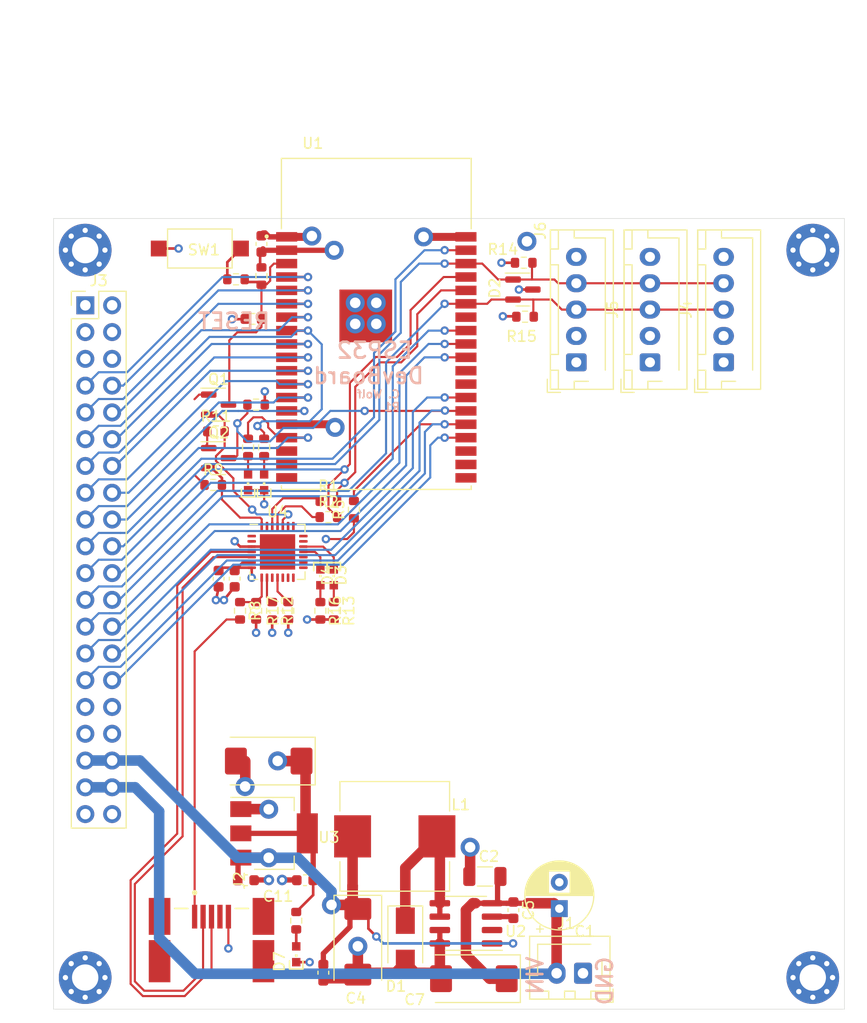
<source format=kicad_pcb>
(kicad_pcb (version 20211014) (generator pcbnew)
  (layers (0 "F.Cu" signal) (1 "In1.Cu" signal) (2 "In2.Cu" signal) (31 "B.Cu" signal) (34 "B.Paste" user) (35 "F.Paste" user) (36 "B.SilkS" user "B.Silkscreen") (37 "F.SilkS" user "F.Silkscreen") (38 "B.Mask" user) (39 "F.Mask" user) (44 "Edge.Cuts" user))
  (net 0 "")
  (net 1 "GND")
  (net 2 "VCC")
  (net 3 "+5V")
  (net 4 "/RESET")
  (net 5 "+3V3")
  (net 6 "Net-(D1-Pad1)")
  (net 7 "Net-(R3-Pad1)")
  (net 8 "/PROG")
  (net 9 "Net-(D2-Pad1)")
  (net 10 "Net-(D2-Pad2)")
  (net 16 "Net-(D8-Pad2)")
  (net 18 "Net-(D12-Pad2)")
  (net 21 "Net-(D3-Pad1)")
  (net 22 "Net-(D3-Pad2)")
  (net 23 "Net-(D4-Pad1)")
  (net 24 "Net-(D4-Pad2)")
  (net 25 "/MISO")
  (net 26 "/MOSI")
  (net 27 "Net-(J2-Pad1)")
  (net 28 "Net-(J2-Pad2)")
  (net 29 "Net-(J2-Pad3)")
  (net 31 "Net-(Q1-Pad1)")
  (net 32 "Net-(Q2-Pad1)")
  (net 33 "Net-(R1-Pad1)")
  (net 34 "Net-(R2-Pad1)")
  (net 35 "Net-(R7-Pad2)")
  (net 36 "Net-(R12-Pad1)")
  (net 37 "Net-(R17-Pad2)")
  (net 52 "/USB Interface/RTS")
  (net 53 "/USB Interface/CTS")
  (net 54 "Net-(R26-Pad1)")
  (net 55 "Net-(J3-Pad7)")
  (net 56 "Net-(C5-Pad2)")
  (net 57 "Net-(J3-Pad8)")
  (net 58 "Net-(J3-Pad9)")
  (net 59 "Net-(J3-Pad10)")
  (net 60 "Net-(J3-Pad11)")
  (net 61 "Net-(J3-Pad12)")
  (net 62 "Net-(J3-Pad13)")
  (net 63 "Net-(J3-Pad14)")
  (net 64 "Net-(J3-Pad15)")
  (net 65 "Net-(J3-Pad16)")
  (net 66 "Net-(J3-Pad17)")
  (net 67 "Net-(J3-Pad18)")
  (net 68 "Net-(J3-Pad19)")
  (net 69 "Net-(J3-Pad24)")
  (net 70 "Net-(J3-Pad25)")
  (net 71 "Net-(J3-Pad26)")
  (net 72 "Net-(J3-Pad27)")
  (net 73 "Net-(J3-Pad29)")
  (net 74 "Net-(J3-Pad30)")
  (footprint "custom:CHIPLED_0603" (layer "F.Cu") (at 18.446616 25.019 180)
    (fp_text reference "D12" hide)
    (fp_text value "LED" hide)
  )
  (footprint "Resistor_SMD:R_0603_1608Metric" (layer "F.Cu") (at 18.446616 21.717 90)
    (fp_text reference "R10" hide)
    (fp_text value "470R")
  )
  (footprint "Resistor_SMD:R_0603_1608Metric" (layer "F.Cu") (at 44.585988 4.1981 180)
    (fp_text reference "R14")
    (fp_text value "4.7K")
  )
  (footprint "Button_Switch_SMD:SW_SPST_CK_RS282G05A3" (layer "F.Cu") (at 13.874616 2.8481 180)
    (fp_text reference "SW1")
    (fp_text value "SW_Push")
  )
  (footprint "Resistor_SMD:R_0603_1608Metric" (layer "F.Cu") (at 19.208616 17.653)
    (fp_text reference "R6" hide)
    (fp_text value "4.7K")
  )
  (footprint "Capacitor_SMD:C_0603_1608Metric" (layer "F.Cu") (at 25.586641 71.5372 -90)
    (fp_text reference "C3" hide)
    (fp_text value "1 uF")
  )
  (footprint "Capacitor_SMD:C_0603_1608Metric" (layer "F.Cu") (at 23.845653 62.766535 180)
    (fp_text reference "C11")
    (fp_text value "1 uF")
  )
  (footprint "Capacitor_SMD:C_1206_3216Metric" (layer "F.Cu") (at 40.903653 62.4111 180)
    (fp_text reference "C2")
    (fp_text value "1 uF")
  )
  (footprint "custom:CHIPLED_0603" (layer "F.Cu") (at 19.970616 25.019 180)
    (fp_text reference "D8" hide)
    (fp_text value "LED" hide)
  )
  (footprint "Resistor_SMD:R_0603_1608Metric" (layer "F.Cu") (at 19.716616 5.461 90)
    (fp_text reference "R4" hide)
    (fp_text value "10K")
  )
  (footprint "MountingHole:MountingHole_2.5mm_Pad_Via" (layer "F.Cu") (at 72 72)
    (fp_text reference "H4" hide)
    (fp_text value "MountingHole")
  )
  (footprint "MountingHole:MountingHole_2.5mm_Pad_Via" (layer "F.Cu") (at 72 3)
    (fp_text reference "H3" hide)
    (fp_text value "MountingHole")
  )
  (footprint "Resistor_SMD:R_0603_1608Metric" (layer "F.Cu") (at 44.712988 9.3156 180)
    (fp_text reference "R15")
    (fp_text value "4.7K")
  )
  (footprint "Resistor_SMD:R_0603_1608Metric" (layer "F.Cu") (at 28.484616 27.6131 90)
    (fp_text reference "R5")
    (fp_text value "4.7K")
  )
  (footprint "custom:CHIPLED_0603" (layer "F.Cu") (at 23.014988 69.7891 180)
    (fp_text reference "D7")
    (fp_text value "LED" hide)
  )
  (footprint "Capacitor_THT:CP_Radial_D6.3mm_P2.50mm" (layer "F.Cu") (at 47.962653 65.4591 90)
    (fp_text reference "C1")
    (fp_text value "47uF")
  )
  (footprint "Package_SO:SOIC-8_3.9x4.9mm_P1.27mm" (layer "F.Cu") (at 39.107653 66.8561 180)
    (fp_text reference "U2")
    (fp_text value "XL2001")
  )
  (footprint "MountingHole:MountingHole_2.5mm_Pad_Via" (layer "F.Cu") (at 3 72)
    (fp_text reference "H2" hide)
    (fp_text value "MountingHole")
  )
  (footprint "Capacitor_Tantalum_SMD:CP_EIA-7343-20_Kemet-V" (layer "F.Cu") (at 28.857653 68.6061 -90)
    (fp_text reference "C4")
    (fp_text value "100uF")
  )
  (footprint "Resistor_SMD:R_0603_1608Metric" (layer "F.Cu") (at 23.014988 66.6021 90)
    (fp_text reference "R26" hide)
    (fp_text value "470R")
  )
  (footprint "Capacitor_Tantalum_SMD:CP_EIA-7343-20_Kemet-V" (layer "F.Cu") (at 39.857653 72.1061 180)
    (fp_text reference "C7")
    (fp_text value "47uF")
  )
  (footprint "Capacitor_Tantalum_SMD:CP_EIA-7343-20_Kemet-V" (layer "F.Cu") (at 20.403653 51.463535 180)
    (fp_text reference "C10" hide)
    (fp_text value "100uF")
  )
  (footprint "Capacitor_SMD:C_0603_1608Metric" (layer "F.Cu") (at 19.716616 2.413 90)
    (fp_text reference "C9" hide)
    (fp_text value "1 uF")
  )
  (footprint "Capacitor_SMD:C_0603_1608Metric" (layer "F.Cu") (at 18.954616 9.525 180)
    (fp_text reference "C8" hide)
    (fp_text value "0.1 uF")
  )
  (footprint "Package_TO_SOT_SMD:SOT-223-3_TabPin2" (layer "F.Cu") (at 20.911653 58.321535)
    (fp_text reference "U3")
    (fp_text value "AMS1117-3.3")
  )
  (footprint "Resistor_SMD:R_0603_1608Metric" (layer "F.Cu") (at 19.970616 21.717 90)
    (fp_text reference "R27" hide)
    (fp_text value "470R")
  )
  (footprint "Capacitor_SMD:C_0603_1608Metric" (layer "F.Cu") (at 18.244653 62.766535)
    (fp_text reference "C6" hide)
    (fp_text value "1 uF")
  )
  (footprint "Capacitor_SMD:C_0603_1608Metric" (layer "F.Cu") (at 43.607653 65.6061 -90)
    (fp_text reference "C5")
    (fp_text value "1 uF")
  )
  (footprint "Resistor_SMD:R_0603_1608Metric" (layer "F.Cu") (at 19.208616 37.211 90)
    (fp_text reference "R7" hide)
    (fp_text value "49.9K")
  )
  (footprint "Resistor_SMD:R_0603_1608Metric" (layer "F.Cu") (at 17.303616 5.7691)
    (fp_text reference "R3" hide)
    (fp_text value "470R")
  )
  (footprint "Diode_SMD:D_SMA" (layer "F.Cu") (at 33.357653 68.6061 -90)
    (fp_text reference "D1")
    (fp_text value "SS36")
  )
  (footprint "custom:XCVR_ESP32-WROVER-B_(16MB)" (layer "F.Cu") (at 30.608616 10)
    (fp_text reference "U1")
    (fp_text value "ESP32-WROVER-B_(16MB)")
  )
  (footprint "Inductor_SMD:L_Wuerth_HCI-1040" (layer "F.Cu") (at 32.357653 58.6061 180)
    (fp_text reference "L1")
    (fp_text value "47uH/3A")
  )
  (footprint "MountingHole:MountingHole_2.5mm_Pad_Via" (layer "F.Cu") (at 3 3)
    (fp_text reference "H1" hide)
    (fp_text value "MountingHole")
  )
  (footprint "Connector_JST:JST_XH_B2B-XH-AM_1x02_P2.50mm_Vertical" (layer "F.Cu") (at 50.208653 71.5891 180)
    (fp_text reference "J1")
    (fp_text value "Conn_01x02")
  )
  (footprint "Connector_JST:JST_XH_B5B-XH-AM_1x05_P2.50mm_Vertical" (layer "F.Cu") (at 49.574988 13.6431 90)
    (fp_text reference "J6")
    (fp_text value "Conn_01x05")
  )
  (footprint "Connector_JST:JST_XH_B5B-XH-AM_1x05_P2.50mm_Vertical" (layer "F.Cu") (at 63.544988 13.6431 90)
    (fp_text reference "J4")
    (fp_text value "Conn_01x05")
  )
  (footprint "Capacitor_SMD:C_0603_1608Metric" (layer "F.Cu") (at 17.176616 34.163 -90)
    (fp_text reference "C13" hide)
    (fp_text value "4.7 uF")
  )
  (footprint "Connector_PinHeader_2.54mm:PinHeader_2x20_P2.54mm_Vertical" (layer "F.Cu") (at 3.014988 8.2331)
    (fp_text reference "J3")
    (fp_text value "Conn_02x20_Top_Bottom")
  )
  (footprint "Connector_JST:JST_XH_B5B-XH-AM_1x05_P2.50mm_Vertical" (layer "F.Cu") (at 56.559988 13.6431 90)
    (fp_text reference "J5")
    (fp_text value "Conn_01x05")
  )
  (footprint "Package_TO_SOT_SMD:SOT-23" (layer "F.Cu") (at 15.652616 22.733)
    (fp_text reference "Q2")
    (fp_text value "MMS9013")
  )
  (footprint "Resistor_SMD:R_0603_1608Metric" (layer "F.Cu") (at 20.732616 37.211 -90)
    (fp_text reference "R12")
    (fp_text value "10K")
  )
  (footprint "Resistor_SMD:R_0603_1608Metric" (layer "F.Cu") (at 15.398616 20.193)
    (fp_text reference "R11")
    (fp_text value "10K")
  )
  (footprint "custom:Molex--0-0-0" (layer "F.Cu") (at 14.979988 69.9461 90)
    (fp_text reference "J2")
    (fp_text value "USB_B_Micro" hide)
  )
  (footprint "Resistor_SMD:R_0603_1608Metric" (layer "F.Cu") (at 26.574616 37.211 -90)
    (fp_text reference "R13")
    (fp_text value "470R")
  )
  (footprint "Resistor_SMD:R_0603_1608Metric" (layer "F.Cu") (at 26.066616 26.797)
    (fp_text reference "R1")
    (fp_text value "470R")
  )
  (footprint "Resistor_SMD:R_0603_1608Metric" (layer "F.Cu") (at 25.304616 37.211 -90)
    (fp_text reference "R16")
    (fp_text value "470R")
  )
  (footprint "Resistor_SMD:R_0603_1608Metric" (layer "F.Cu") (at 22.256616 37.211 90)
    (fp_text reference "R17")
    (fp_text value "10K")
  )
  (footprint "custom:CHIPLED_0603" (layer "F.Cu") (at 26.574616 34.036)
    (fp_text reference "D3")
    (fp_text value "LED" hide)
  )
  (footprint "Resistor_SMD:R_0603_1608Metric" (layer "F.Cu") (at 17.684616 37.211 -90)
    (fp_text reference "R8")
    (fp_text value "22.1K")
  )
  (footprint "Package_TO_SOT_SMD:SOT-23" (layer "F.Cu") (at 15.652616 17.653)
    (fp_text reference "Q1")
    (fp_text value "MMS9013")
  )
  (footprint "Package_DFN_QFN:QFN-28-1EP_5x5mm_P0.5mm_EP3.35x3.35mm" (layer "F.Cu") (at 21.240616 31.623)
    (fp_text reference "U4")
    (fp_text value "CP2102N-Axx-xQFN28")
  )
  (footprint "Resistor_SMD:R_0603_1608Metric" (layer "F.Cu") (at 26.066616 28.321)
    (fp_text reference "R2")
    (fp_text value "470R")
  )
  (footprint "custom:CHIPLED_0603" (layer "F.Cu") (at 25.304616 34.036)
    (fp_text reference "D4")
    (fp_text value "LED" hide)
  )
  (footprint "Package_TO_SOT_SMD:SOT-23" (layer "F.Cu") (at 44.511988 6.7381)
    (fp_text reference "D2")
    (fp_text value "BAT54C")
  )
  (footprint "Resistor_SMD:R_0603_1608Metric" (layer "F.Cu") (at 15.144616 25.273)
    (fp_text reference "R9")
    (fp_text value "10K")
  )
  (footprint "Capacitor_SMD:C_0603_1608Metric" (layer "F.Cu") (at 15.652616 34.163 -90)
    (fp_text reference "C12" hide)
    (fp_text value "0.1 uF")
  )
  (gr_line (start 0 75) (end 0 0) (layer "Edge.Cuts") (width 0.05))
  (gr_line (start 0 0) (end 75 0) (layer "Edge.Cuts") (width 0.05))
  (gr_line (start 75 0) (end 75 75) (layer "Edge.Cuts") (width 0.05))
  (gr_line (start 75 75) (end 0 75) (layer "Edge.Cuts") (width 0.05))
  (gr_text "C. Wolf\nR1" (at 32.924616 17.272) (layer "B.SilkS") (effects (font (size 0.75 0.75)) (justify left mirror)))
  (gr_text "ESP32 \nDevBoard" (at 29.876616 13.716) (layer "B.SilkS") (effects (font (size 1.5 1.5) (thickness 0.25)) (justify mirror)))
  (gr_text "RESET" (at 17.108616 9.75) (layer "B.SilkS") (effects (font (size 1.5 1.5) (thickness 0.25)) (justify mirror)))
  (gr_text "GND" (at 52.280653 72.3171 90) (layer "B.SilkS") (effects (font (size 1.5 1.5) (thickness 0.25)) (justify mirror)))
  (gr_text "VIN" (at 45.676653 71.8091 90) (layer "B.SilkS") (effects (font (size 1.5 1.5) (thickness 0.25)) (justify mirror)))
  (segment (start 36.632653 72.0811) (end 36.657653 72.1061) (width 1) (layer "F.Cu") (net 1))
  (segment (start 36.632653 68.7611) (end 36.632653 67.4911) (width 0.5) (layer "F.Cu") (net 1))
  (segment (start 36.107653 71.5561) (end 36.657653 72.1061) (width 1) (layer "F.Cu") (net 1))
  (segment (start 36.632653 68.7611) (end 36.632653 72.0811) (width 1) (layer "F.Cu") (net 1))
  (segment (start 22.108616 1.745) (end 20.478616 1.745) (width 0.5) (layer "F.Cu") (net 1))
  (segment (start 28.857653 71.8061) (end 28.857653 69.0311) (width 1) (layer "F.Cu") (net 1))
  (segment (start 33.357653 70.6061) (end 34.307653 71.5561) (width 1) (layer "F.Cu") (net 1))
  (segment (start 18.790616 31.123) (end 20.740616 31.123) (width 0.25) (layer "F.Cu") (net 1))
  (segment (start 32.407653 71.5561) (end 33.357653 70.6061) (width 1) (layer "F.Cu") (net 1))
  (segment (start 39.503653 62.4111) (end 39.503653 59.6361) (width 1) (layer "F.Cu") (net 1))
  (segment (start 17.692616 31.123) (end 17.176616 30.607) (width 0.25) (layer "F.Cu") (net 1))
  (segment (start 22.256616 38.036) (end 22.256616 39.293) (width 0.25) (layer "F.Cu") (net 1))
  (segment (start 18.078116 9.512) (end 18.065616 9.4995) (width 0.25) (layer "F.Cu") (net 1))
  (segment (start 30.657653 71.5561) (end 32.407653 71.5561) (width 1) (layer "F.Cu") (net 1))
  (segment (start 22.108616 1.745) (end 20.445616 1.745) (width 0.5) (layer "F.Cu") (net 1))
  (segment (start 22.108616 1.745) (end 24.41593 1.745) (width 0.75) (layer "F.Cu") (net 1))
  (segment (start 19.208616 38.036) (end 19.208616 39.293) (width 0.25) (layer "F.Cu") (net 1))
  (segment (start 25.825988 30.4071) (end 27.840988 30.4071) (width 0.2) (layer "F.Cu") (net 1))
  (segment (start 18.180153 51.463535) (end 18.180153 54.091535) (width 1) (layer "F.Cu") (net 1))
  (segment (start 19.970616 25.769) (end 19.975616 26.9781) (width 0.2) (layer "F.Cu") (net 1))
  (segment (start 24.284988 70.5391) (end 23.014988 70.5391) (width 0.25) (layer "F.Cu") (net 1))
  (segment (start 18.179616 9.55) (end 16.922616 9.55) (width 0.25) (layer "F.Cu") (net 1))
  (segment (start 35.157653 71.5561) (end 36.107653 71.5561) (width 1) (layer "F.Cu") (net 1))
  (segment (start 34.307653 71.5561) (end 35.157653 71.5561) (width 1) (layer "F.Cu") (net 1))
  (segment (start 28.484616 28.4381) (end 28.484616 29.763472) (width 0.2) (layer "F.Cu") (net 1))
  (segment (start 20.740616 31.123) (end 21.240616 31.623) (width 0.25) (layer "F.Cu") (net 1))
  (segment (start 17.761653 56.021535) (end 20.389653 56.021535) (width 1) (layer "F.Cu") (net 1))
  (segment (start 9.974616 2.8481) (end 11.857616 2.8481) (width 0.25) (layer "F.Cu") (net 1))
  (segment (start 24.41593 1.745) (end 24.49594 1.66499) (width 0.75) (layer "F.Cu") (net 1))
  (segment (start 22.108616 19.52) (end 26.409616 19.52) (width 0.75) (layer "F.Cu") (net 1))
  (segment (start 20.072116 1.3715) (end 19.858616 1.3715) (width 0.5) (layer "F.Cu") (net 1))
  (segment (start 28.484616 29.763472) (end 28.357488 29.8906) (width 0.2) (layer "F.Cu") (net 1))
  (segment (start 30.657653 71.5561) (end 35.157653 71.5561) (width 1) (layer "F.Cu") (net 1))
  (segment (start 21.673653 62.741535) (end 23.070653 62.741535) (width 0.5) (layer "F.Cu") (net 1))
  (segment (start 26.409616 19.52) (end 26.701616 19.812) (width 0.75) (layer "F.Cu") (net 1))
  (segment (start 20.445616 1.745) (end 20.072116 1.3715) (width 0.5) (layer "F.Cu") (net 1))
  (segment (start 25.561641 72.3122) (end 28.264053 72.3122) (width 0.5) (layer "F.Cu") (net 1))
  (segment (start 27.840988 30.4071) (end 28.357488 29.8906) (width 0.2) (layer "F.Cu") (net 1))
  (segment (start 19.970616 25.769) (end 18.446616 25.769) (width 0.2) (layer "F.Cu") (net 1))
  (segment (start 39.108616 1.745) (end 35.088616 1.745) (width 0.75) (layer "F.Cu") (net 1))
  (segment (start 18.790616 31.123) (end 17.692616 31.123) (width 0.25) (layer "F.Cu") (net 1))
  (segment (start 16.579988 66.2211) (end 16.579988 69.2351) (width 0.2) (layer "F.Cu") (net 1))
  (segment (start 20.416653 62.741535) (end 19.019653 62.741535) (width 0.5) (layer "F.Cu") (net 1))
  (segment (start 15.677616 34.938) (end 15.398616 36.195) (width 0.25) (layer "F.Cu") (net 1))
  (segment (start 28.264053 72.3122) (end 28.857653 71.7186) (width 0.5) (layer "F.Cu") (net 1))
  (segment (start 28.857653 71.5561) (end 30.657653 71.5561) (width 1) (layer "F.Cu") (net 1))
  (segment (start 17.151616 34.938) (end 16.160616 36.195) (width 0.25) (layer "F.Cu") (net 1))
  (via (at 35.088616 1.745) (size 1.8) (drill 1) (layers "F.Cu" "B.Cu") (net 1))
  (via (at 30.608616 8) (size 1.8) (drill 1) (layers "F.Cu" "B.Cu") (net 1))
  (via (at 28.857653 69.0311) (size 1.8) (drill 1) (layers "F.Cu" "B.Cu") (net 1))
  (via (at 28.608616 8) (size 1.8) (drill 1) (layers "F.Cu" "B.Cu") (net 1))
  (via (at 30.608616 10) (size 1.8) (drill 1) (layers "F.Cu" "B.Cu") (net 1))
  (via (at 28.608616 10) (size 1.8) (drill 1) (layers "F.Cu" "B.Cu") (net 1))
  (via (at 16.922616 9.55) (size 0.8) (drill 0.4) (layers "F.Cu" "B.Cu") (net 1))
  (via (at 20.416653 62.741535) (size 1) (drill 0.5) (layers "F.Cu" "B.Cu") (net 1))
  (via (at 16.160616 36.195) (size 0.8) (drill 0.4) (layers "F.Cu" "B.Cu") (net 1))
  (via (at 26.701616 19.812) (size 1.8) (drill 1) (layers "F.Cu" "B.Cu") (net 1))
  (via (at 16.579988 69.2351) (size 0.8) (drill 0.4) (layers "F.Cu" "B.Cu") (net 1))
  (via (at 21.673653 62.741535) (size 1) (drill 0.5) (layers "F.Cu" "B.Cu") (net 1))
  (via (at 15.398616 36.195) (size 0.8) (drill 0.4) (layers "F.Cu" "B.Cu") (net 1))
  (via (at 25.825988 30.4071) (size 0.8) (drill 0.4) (layers "F.Cu" "B.Cu") (net 1))
  (via (at 18.166153 53.876535) (size 1.8) (drill 1) (layers "F.Cu" "B.Cu") (net 1))
  (via (at 22.256616 39.293) (size 0.8) (drill 0.4) (layers "F.Cu" "B.Cu") (net 1))
  (via (at 17.176616 30.607) (size 0.8) (drill 0.4) (layers "F.Cu" "B.Cu") (net 1))
  (via (at 19.208616 39.293) (size 0.8) (drill 0.4) (layers "F.Cu" "B.Cu") (net 1))
  (via (at 11.857616 2.8481) (size 0.8) (drill 0.4) (layers "F.Cu" "B.Cu") (net 1))
  (via (at 24.284988 70.5391) (size 0.8) (drill 0.4) (layers "F.Cu" "B.Cu") (net 1))
  (via (at 24.49594 1.66499) (size 1.8) (drill 1) (layers "F.Cu" "B.Cu") (net 1))
  (via (at 39.503653 59.6361) (size 1.8) (drill 1) (layers "F.Cu" "B.Cu") (net 1))
  (via (at 20.403653 56.035535) (size 1.8) (drill 1) (layers "F.Cu" "B.Cu") (net 1))
  (via (at 19.975616 27.1051) (size 0.8) (drill 0.4) (layers "F.Cu" "B.Cu") (net 1))
  (segment (start 43.637653 64.9511) (end 43.857653 64.7311) (width 0.5) (layer "F.Cu") (net 2))
  (segment (start 39.107653 65.6061) (end 39.762653 64.9511) (width 1) (layer "F.Cu") (net 2))
  (segment (start 39.107653 69.8561) (end 39.107653 65.6061) (width 1) (layer "F.Cu") (net 2))
  (segment (start 39.762653 64.9511) (end 40.012653 64.9511) (width 1) (layer "F.Cu") (net 2))
  (segment (start 40.012653 64.9511) (end 41.582653 64.9511) (width 0.5) (layer "F.Cu") (net 2))
  (segment (start 43.057653 72.1061) (end 41.357653 72.1061) (width 1) (layer "F.Cu") (net 2))
  (segment (start 41.357653 72.1061) (end 39.107653 69.8561) (width 1) (layer "F.Cu") (net 2))
  (segment (start 41.582653 64.9511) (end 42.107653 64.9511) (width 0.5) (layer "F.Cu") (net 2))
  (segment (start 47.708653 65.2051) (end 47.708653 71.5891) (width 1) (layer "F.Cu") (net 2))
  (segment (start 47.454653 64.9511) (end 47.708653 65.2051) (width 1) (layer "F.Cu") (net 2))
  (segment (start 41.582653 64.9511) (end 42.935653 64.9511) (width 0.5) (layer "F.Cu") (net 2))
  (segment (start 44.967653 64.9511) (end 47.454653 64.9511) (width 1) (layer "F.Cu") (net 2))
  (segment (start 42.935653 64.9511) (end 44.967653 64.9511) (width 0.5) (layer "F.Cu") (net 2))
  (segment (start 42.107653 62.6071) (end 42.303653 62.4111) (width 0.5) (layer "F.Cu") (net 2))
  (segment (start 42.935653 64.9511) (end 43.637653 64.9511) (width 0.5) (layer "F.Cu") (net 2))
  (segment (start 43.637653 64.9511) (end 43.637653 64.8611) (width 0.25) (layer "F.Cu") (net 2))
  (segment (start 42.107653 64.9511) (end 42.107653 62.6071) (width 0.5) (layer "F.Cu") (net 2))
  (segment (start 43.607653 64.8186) (end 43.607653 64.9211) (width 0.25) (layer "F.Cu") (net 2))
  (segment (start 43.607653 64.9211) (end 43.637653 64.9511) (width 0.25) (layer "F.Cu") (net 2))
  (segment (start 43.637653 64.8611) (end 43.607653 64.8311) (width 0.25) (layer "F.Cu") (net 2))
  (segment (start 10.014988 68.2331) (end 10.014988 56.2331) (width 1) (layer "B.Cu") (net 2))
  (segment (start 13.420499 71.638611) (end 10.014988 68.2331) (width 1) (layer "B.Cu") (net 2))
  (segment (start 7.734988 53.9531) (end 3.014988 53.9531) (width 1) (layer "B.Cu") (net 2))
  (segment (start 10.014988 56.2331) (end 7.734988 53.9531) (width 1) (layer "B.Cu") (net 2))
  (segment (start 47.659142 71.638611) (end 13.420499 71.638611) (width 1) (layer "B.Cu") (net 2))
  (segment (start 47.708653 71.5891) (end 47.659142 71.638611) (width 1) (layer "B.Cu") (net 2))
  (segment (start 41.582653 68.7611) (end 43.577653 68.7611) (width 0.25) (layer "F.Cu") (net 3))
  (segment (start 28.357653 64.6561) (end 28.857653 65.1561) (width 1) (layer "F.Cu") (net 3))
  (segment (start 29.857653 67.3561) (end 30.607653 68.1061) (width 0.25) (layer "F.Cu") (net 3))
  (segment (start 29.857653 65.8561) (end 29.857653 67.3561) (width 0.25) (layer "F.Cu") (net 3))
  (segment (start 28.107653 67.1951) (end 25.586641 69.716112) (width 0.5) (layer "F.Cu") (net 3))
  (segment (start 17.508153 60.875035) (end 17.761653 60.621535) (width 0.25) (layer "F.Cu") (net 3))
  (segment (start 28.857653 65.1561) (end 28.107653 65.9061) (width 0.5) (layer "F.Cu") (net 3))
  (segment (start 28.107653 65.9061) (end 28.107653 67.1951) (width 0.5) (layer "F.Cu") (net 3))
  (segment (start 17.761653 60.621535) (end 20.389653 60.621535) (width 1) (layer "F.Cu") (net 3))
  (segment (start 28.357653 64.9936) (end 28.857653 65.4936) (width 1) (layer "F.Cu") (net 3))
  (segment (start 28.357653 63.2731) (end 28.357653 64.6561) (width 1) (layer "F.Cu") (net 3))
  (segment (start 17.496397 62.632785) (end 17.496397 60.868285) (width 0.5) (layer "F.Cu") (net 3))
  (segment (start 28.357653 65.1061) (end 26.357653 65.1061) (width 1) (layer "F.Cu") (net 3))
  (segment (start 28.357653 63.2731) (end 28.357653 65.1061) (width 1) (layer "F.Cu") (net 3))
  (segment (start 25.586641 69.716112) (end 25.586641 70.7622) (width 0.5) (layer "F.Cu") (net 3))
  (segment (start 28.357653 63.2731) (end 28.357653 64.9936) (width 1) (layer "F.Cu") (net 3))
  (segment (start 28.357653 58.1061) (end 28.357653 63.2731) (width 1) (layer "F.Cu") (net 3))
  (via (at 26.357653 65.1061) (size 1.8) (drill 1) (layers "F.Cu" "B.Cu") (net 3))
  (via (at 30.607653 68.1061) (size 0.8) (drill 0.4) (layers "F.Cu" "B.Cu") (net 3))
  (via (at 43.577653 68.7611) (size 0.8) (drill 0.4) (layers "F.Cu" "B.Cu") (net 3))
  (via (at 20.403653 60.635535) (size 1.8) (drill 1) (layers "F.Cu" "B.Cu") (net 3))
  (via (at 44.892988 2.1661) (size 1.8) (drill 1) (layers "F.Cu" "B.Cu") (net 3))
  (segment (start 43.577653 68.7611) (end 31.262653 68.7611) (width 0.25) (layer "B.Cu") (net 3))
  (segment (start 31.262653 68.7611) (end 30.607653 68.1061) (width 0.25) (layer "B.Cu") (net 3))
  (segment (start 20.403653 60.635535) (end 17.417423 60.635535) (width 1) (layer "B.Cu") (net 3))
  (segment (start 17.417423 60.635535) (end 8.194988 51.4131) (width 1) (layer "B.Cu") (net 3))
  (segment (start 23.169653 60.635535) (end 20.403653 60.635535) (width 1) (layer "B.Cu") (net 3))
  (segment (start 26.357653 65.1061) (end 26.357653 63.823535) (width 1) (layer "B.Cu") (net 3))
  (segment (start 8.194988 51.4131) (end 3.014988 51.4131) (width 1) (layer "B.Cu") (net 3))
  (segment (start 26.357653 63.823535) (end 23.169653 60.635535) (width 1) (layer "B.Cu") (net 3))
  (segment (start 20.892616 4.285) (end 22.108616 4.285) (width 0.2) (layer "F.Cu") (net 4))
  (segment (start 18.382616 6.0231) (end 19.453716 6.0231) (width 0.25) (layer "F.Cu") (net 4))
  (segment (start 16.668616 17.5745) (end 16.590116 17.653) (width 0.2) (layer "F.Cu") (net 4))
  (segment (start 17.430616 10.795) (end 16.668616 11.557) (width 0.2) (layer "F.Cu") (net 4))
  (segment (start 20.199116 6.2485) (end 20.542116 5.9055) (width 0.2) (layer "F.Cu") (net 4))
  (segment (start 19.716616 10.287) (end 19.208616 10.795) (width 0.2) (layer "F.Cu") (net 4))
  (segment (start 20.542116 5.9055) (end 20.542116 4.6355) (width 0.2) (layer "F.Cu") (net 4))
  (segment (start 16.668616 11.557) (end 16.668616 13.081) (width 0.2) (layer "F.Cu") (net 4))
  (segment (start 16.668616 13.081) (end 16.668616 12.827) (width 0.2) (layer "F.Cu") (net 4))
  (segment (start 16.668616 15.875) (end 16.668616 13.081) (width 0.2) (layer "F.Cu") (net 4))
  (segment (start 19.453716 6.0231) (end 19.716616 6.286) (width 0.25) (layer "F.Cu") (net 4))
  (segment (start 19.589616 9.385) (end 19.716616 9.512) (width 0.25) (layer "F.Cu") (net 4))
  (segment (start 19.589616 6.2485) (end 20.199116 6.2485) (width 0.2) (layer "F.Cu") (net 4))
  (segment (start 16.668616 17.1935) (end 16.668616 15.875) (width 0.2) (layer "F.Cu") (net 4))
  (segment (start 18.128616 5.7691) (end 18.382616 6.0231) (width 0.25) (layer "F.Cu") (net 4))
  (segment (start 19.716616 6.286) (end 19.716616 10.287) (width 0.2) (layer "F.Cu") (net 4))
  (segment (start 20.542116 4.6355) (end 20.892616 4.285) (width 0.2) (layer "F.Cu") (net 4))
  (segment (start 19.208616 10.795) (end 17.430616 10.795) (width 0.2) (layer "F.Cu") (net 4))
  (segment (start 16.668616 15.875) (end 16.668616 17.5745) (width 0.2) (layer "F.Cu") (net 4))
  (segment (start 22.108616 3.015) (end 19.998616 3.015) (width 0.5) (layer "F.Cu") (net 5))
  (segment (start 19.998616 3.015) (end 19.858616 2.875) (width 0.5) (layer "F.Cu") (net 5))
  (segment (start 23.897153 51.463535) (end 21.269153 51.463535) (width 1) (layer "F.Cu") (net 5))
  (segment (start 20.033616 17.653) (end 20.033616 16.396) (width 0.25) (layer "F.Cu") (net 5))
  (segment (start 17.941616 32.623) (end 17.176616 33.388) (width 0.25) (layer "F.Cu") (net 5))
  (segment (start 25.304616 38.036) (end 24.047616 38.036) (width 0.25) (layer "F.Cu") (net 5))
  (segment (start 25.304616 38.036) (end 26.574616 38.036) (width 0.25) (layer "F.Cu") (net 5))
  (segment (start 23.014988 65.7771) (end 24.620653 64.171435) (width 0.25) (layer "F.Cu") (net 5))
  (segment (start 23.897153 51.463535) (end 23.897153 58.157035) (width 1) (layer "F.Cu") (net 5))
  (segment (start 18.790616 32.623) (end 17.941616 32.623) (width 0.25) (layer "F.Cu") (net 5))
  (segment (start 19.589616 3.2155) (end 19.858616 2.9465) (width 0.25) (layer "F.Cu") (net 5))
  (segment (start 17.761653 58.321535) (end 24.061653 58.321535) (width 0.5) (layer "F.Cu") (net 5))
  (segment (start 20.732616 38.036) (end 20.732616 39.293) (width 0.25) (layer "F.Cu") (net 5))
  (segment (start 24.620653 62.766535) (end 24.620653 58.880535) (width 0.5) (layer "F.Cu") (net 5))
  (segment (start 17.152616 33.123) (end 15.917616 33.123) (width 0.25) (layer "F.Cu") (net 5))
  (segment (start 17.176616 33.147) (end 17.152616 33.123) (width 0.25) (layer "F.Cu") (net 5))
  (segment (start 45.449488 6.7381) (end 44.130988 6.7381) (width 0.25) (layer "F.Cu") (net 5))
  (segment (start 24.620653 58.880535) (end 24.061653 58.321535) (width 0.5) (layer "F.Cu") (net 5))
  (segment (start 19.589616 4.6735) (end 19.589616 3.2155) (width 0.25) (layer "F.Cu") (net 5))
  (segment (start 15.917616 33.123) (end 15.652616 33.388) (width 0.25) (layer "F.Cu") (net 5))
  (segment (start 24.620653 64.171435) (end 24.620653 62.766535) (width 0.25) (layer "F.Cu") (net 5))
  (segment (start 23.897153 58.157035) (end 24.061653 58.321535) (width 1) (layer "F.Cu") (net 5))
  (segment (start 43.798488 4.1981) (end 42.479988 4.1981) (width 0.25) (layer "F.Cu") (net 5))
  (segment (start 17.176616 33.388) (end 17.176616 33.147) (width 0.25) (layer "F.Cu") (net 5))
  (segment (start 26.607616 3.015) (end 22.108616 3.015) (width 0.5) (layer "F.Cu") (net 5))
  (segment (start 43.925488 9.2781) (end 42.606988 9.2781) (width 0.25) (layer "F.Cu") (net 5))
  (segment (start 18.790616 33.123) (end 18.790616 34.073) (width 0.25) (layer "F.Cu") (net 5))
  (segment (start 18.790616 33.123) (end 17.152616 33.123) (width 0.25) (layer "F.Cu") (net 5))
  (via (at 26.607616 3.015) (size 1.8) (drill 1) (layers "F.Cu" "B.Cu") (net 5))
  (via (at 44.130988 6.7381) (size 0.8) (drill 0.4) (layers "F.Cu" "B.Cu") (net 5))
  (via (at 20.033616 16.396) (size 0.8) (drill 0.4) (layers "F.Cu" "B.Cu") (net 5))
  (via (at 42.479988 4.1981) (size 0.8) (drill 0.4) (layers "F.Cu" "B.Cu") (net 5))
  (via (at 21.255153 51.449535) (size 1.8) (drill 1) (layers "F.Cu" "B.Cu") (net 5))
  (via (at 42.606988 9.2781) (size 0.8) (drill 0.4) (layers "F.Cu" "B.Cu") (net 5))
  (via (at 24.047616 38.036) (size 0.8) (drill 0.4) (layers "F.Cu" "B.Cu") (net 5))
  (via (at 18.790616 34.073) (size 0.8) (drill 0.4) (layers "F.Cu" "B.Cu") (net 5))
  (via (at 20.732616 39.293) (size 0.8) (drill 0.4) (layers "F.Cu" "B.Cu") (net 5))
  (segment (start 36.632653 66.2211) (end 36.632653 58.3811) (width 0.5) (layer "F.Cu") (net 6))
  (segment (start 36.607653 58.3561) (end 36.632653 58.3811) (width 1) (layer "F.Cu") (net 6))
  (segment (start 33.357653 61.6061) (end 36.607653 58.3561) (width 1) (layer "F.Cu") (net 6))
  (segment (start 33.357653 66.1061) (end 33.357653 61.6061) (width 1) (layer "F.Cu") (net 6))
  (segment (start 36.632653 64.9511) (end 36.632653 58.3811) (width 1) (layer "F.Cu") (net 6))
  (segment (start 16.478616 4.1441) (end 16.478616 5.7691) (width 0.25) (layer "F.Cu") (net 7))
  (segment (start 17.774616 2.8481) (end 16.478616 4.1441) (width 0.25) (layer "F.Cu") (net 7))
  (segment (start 17.430616 19.431) (end 18.383616 18.478) (width 0.2) (layer "F.Cu") (net 8))
  (segment (start 29.500616 18.25) (end 39.108616 18.25) (width 0.2) (layer "F.Cu") (net 8))
  (segment (start 18.383616 18.478) (end 18.383616 17.653) (width 0.2) (layer "F.Cu") (net 8))
  (segment (start 16.082116 22.733) (end 17.176616 22.733) (width 0.2) (layer "F.Cu") (net 8))
  (segment (start 17.430616 22.479) (end 17.430616 19.431) (width 0.2) (layer "F.Cu") (net 8))
  (segment (start 17.176616 22.733) (end 17.430616 22.479) (width 0.2) (layer "F.Cu") (net 8))
  (via (at 29.500616 18.25) (size 0.8) (drill 0.4) (layers "F.Cu" "B.Cu") (net 8))
  (via (at 17.430616 19.431) (size 0.8) (drill 0.4) (layers "F.Cu" "B.Cu") (net 8))
  (via (at 37.120616 18.2151) (size 0.8) (drill 0.4) (layers "F.Cu" "B.Cu") (net 8))
  (segment (start 5.554988 41.2531) (end 6.216988 41.2531) (width 0.2) (layer "B.Cu") (net 8))
  (segment (start 26.706616 31.9311) (end 34.707616 23.9301) (width 0.2) (layer "B.Cu") (net 8))
  (segment (start 26.24721 18.25) (end 24.63111 19.8661) (width 0.2) (layer "B.Cu") (net 8))
  (segment (start 15.538988 31.9311) (end 26.706616 31.9311) (width 0.2) (layer "B.Cu") (net 8))
  (segment (start 34.707616 19.3581) (end 35.850616 18.2151) (width 0.2) (layer "B.Cu") (net 8))
  (segment (start 29.500616 18.25) (end 26.24721 18.25) (width 0.2) (layer "B.Cu") (net 8))
  (segment (start 6.216988 41.2531) (end 15.538988 31.9311) (width 0.2) (layer "B.Cu") (net 8))
  (segment (start 17.430616 20.202112) (end 17.430616 19.431) (width 0.2) (layer "B.Cu") (net 8))
  (segment (start 34.707616 23.9301) (end 34.707616 19.3581) (width 0.2) (layer "B.Cu") (net 8))
  (segment (start 24.63111 19.8661) (end 21.793604 19.8661) (width 0.2) (layer "B.Cu") (net 8))
  (segment (start 18.364604 21.1361) (end 17.430616 20.202112) (width 0.2) (layer "B.Cu") (net 8))
  (segment (start 35.850616 18.2151) (end 37.120616 18.2151) (width 0.2) (layer "B.Cu") (net 8))
  (segment (start 20.523604 21.1361) (end 18.364604 21.1361) (width 0.2) (layer "B.Cu") (net 8))
  (segment (start 21.793604 19.8661) (end 20.523604 21.1361) (width 0.2) (layer "B.Cu") (net 8))
  (segment (start 39.108616 4.28) (end 40.656888 4.28) (width 0.2) (layer "F.Cu") (net 9))
  (segment (start 39.108616 4.28) (end 37.088616 4.28) (width 0.2) (layer "F.Cu") (net 9))
  (segment (start 40.656888 4.28) (end 42.164988 5.7881) (width 0.2) (layer "F.Cu") (net 9))
  (segment (start 45.373488 5.7546) (end 45.339988 5.7881) (width 0.2) (layer "F.Cu") (net 9))
  (segment (start 49.574988 6.1431) (end 63.544988 6.1431) (width 0.2) (layer "F.Cu") (net 9))
  (segment (start 43.574488 5.7881) (end 45.339988 5.7881) (width 0.2) (layer "F.Cu") (net 9))
  (segment (start 45.339988 5.7881) (end 47.498988 5.7881) (width 0.2) (layer "F.Cu") (net 9))
  (segment (start 43.574488 5.7881) (end 42.164988 5.7881) (width 0.2) (layer "F.Cu") (net 9))
  (segment (start 45.373488 4.1981) (end 45.373488 5.7546) (width 0.2) (layer "F.Cu") (net 9))
  (segment (start 47.853988 6.1431) (end 47.498988 5.7881) (width 0.2) (layer "F.Cu") (net 9))
  (segment (start 49.574988 6.1431) (end 47.853988 6.1431) (width 0.2) (layer "F.Cu") (net 9))
  (via (at 37.088616 4.28) (size 0.8) (drill 0.4) (layers "F.Cu" "B.Cu") (net 9))
  (segment (start 34.672716 4.28) (end 32.929616 6.0231) (width 0.2) (layer "B.Cu") (net 9))
  (segment (start 30.897616 19.1041) (end 26.706616 23.2951) (width 0.2) (layer "B.Cu") (net 9))
  (segment (start 32.929616 6.0231) (end 32.929616 10.8491) (width 0.2) (layer "B.Cu") (net 9))
  (segment (start 30.897616 12.8811) (end 30.897616 19.1041) (width 0.2) (layer "B.Cu") (net 9))
  (segment (start 32.929616 10.8491) (end 30.897616 12.8811) (width 0.2) (layer "B.Cu") (net 9))
  (segment (start 37.088616 4.28) (end 34.672716 4.28) (width 0.2) (layer "B.Cu") (net 9))
  (segment (start 6.597988 31.0931) (end 5.554988 31.0931) (width 0.2) (layer "B.Cu") (net 9))
  (segment (start 26.706616 23.2951) (end 14.395988 23.2951) (width 0.2) (layer "B.Cu") (net 9))
  (segment (start 14.395988 23.2951) (end 6.597988 31.0931) (width 0.2) (layer "B.Cu") (net 9))
  (segment (start 45.500488 9.3156) (end 45.500488 7.7266) (width 0.2) (layer "F.Cu") (net 10))
  (segment (start 43.574488 7.6881) (end 45.461988 7.6881) (width 0.2) (layer "F.Cu") (net 10))
  (segment (start 49.574988 8.6431) (end 48.199988 8.6431) (width 0.2) (layer "F.Cu") (net 10))
  (segment (start 39.108616 8.09) (end 41.123088 8.09) (width 0.2) (layer "F.Cu") (net 10))
  (segment (start 45.500488 7.7266) (end 45.461988 7.6881) (width 0.2) (layer "F.Cu") (net 10))
  (segment (start 48.199988 8.6431) (end 47.244988 7.6881) (width 0.2) (layer "F.Cu") (net 10))
  (segment (start 63.544988 8.6431) (end 49.574988 8.6431) (width 0.2) (layer "F.Cu") (net 10))
  (segment (start 39.108616 8.09) (end 37.088616 8.09) (width 0.2) (layer "F.Cu") (net 10))
  (segment (start 41.123088 8.09) (end 41.524988 7.6881) (width 0.2) (layer "F.Cu") (net 10))
  (segment (start 45.461988 7.6881) (end 47.244988 7.6881) (width 0.2) (layer "F.Cu") (net 10))
  (segment (start 43.574488 7.6881) (end 41.524988 7.6881) (width 0.2) (layer "F.Cu") (net 10))
  (via (at 37.088616 8.09) (size 0.8) (drill 0.4) (layers "F.Cu" "B.Cu") (net 10))
  (segment (start 31.532616 13.646) (end 37.088616 8.09) (width 0.2) (layer "B.Cu") (net 10))
  (segment (start 27.976616 25.8351) (end 31.532616 22.2791) (width 0.2) (layer "B.Cu") (net 10))
  (segment (start 6.470988 34.9031) (end 15.538988 25.8351) (width 0.2) (layer "B.Cu") (net 10))
  (segment (start 5.581988 34.9031) (end 4.284988 34.9031) (width 0.2) (layer "B.Cu") (net 10))
  (segment (start 31.532616 22.2791) (end 31.532616 13.646) (width 0.2) (layer "B.Cu") (net 10))
  (segment (start 15.538988 25.8351) (end 27.976616 25.8351) (width 0.2) (layer "B.Cu") (net 10))
  (segment (start 4.284988 34.9031) (end 3.014988 36.1731) (width 0.2) (layer "B.Cu") (net 10))
  (segment (start 5.581988 34.9031) (end 6.470988 34.9031) (width 0.2) (layer "B.Cu") (net 10))
  (segment (start 19.970616 24.269) (end 19.970616 22.542) (width 0.2) (layer "F.Cu") (net 16))
  (segment (start 18.446616 24.269) (end 18.446616 22.542) (width 0.2) (layer "F.Cu") (net 18))
  (segment (start 23.690616 31.123) (end 25.566616 31.123) (width 0.2) (layer "F.Cu") (net 21))
  (segment (start 26.574616 32.131) (end 26.574616 33.286) (width 0.2) (layer "F.Cu") (net 21))
  (segment (start 25.566616 31.123) (end 26.574616 32.131) (width 0.2) (layer "F.Cu") (net 21))
  (segment (start 26.574616 36.386) (end 26.574616 34.786) (width 0.2) (layer "F.Cu") (net 22))
  (segment (start 25.304616 33.286) (end 25.304616 32.131) (width 0.2) (layer "F.Cu") (net 23))
  (segment (start 24.796616 31.623) (end 23.690616 31.623) (width 0.2) (layer "F.Cu") (net 23))
  (segment (start 25.304616 32.131) (end 24.796616 31.623) (width 0.2) (layer "F.Cu") (net 23))
  (segment (start 25.304616 36.386) (end 25.304616 34.786) (width 0.2) (layer "F.Cu") (net 24))
  (segment (start 39.108616 5.55) (end 36.998704 5.55) (width 0.2) (layer "F.Cu") (net 25))
  (segment (start 28.103616 23.2951) (end 26.071616 25.3271) (width 0.2) (layer "F.Cu") (net 25))
  (segment (start 26.071616 25.3271) (end 26.071616 27.501) (width 0.2) (layer "F.Cu") (net 25))
  (segment (start 33.858604 8.6901) (end 33.858604 11.8651) (width 0.2) (layer "F.Cu") (net 25))
  (segment (start 32.588604 13.1351) (end 30.556604 13.1351) (width 0.2) (layer "F.Cu") (net 25))
  (segment (start 33.858604 11.8651) (end 32.588604 13.1351) (width 0.2) (layer "F.Cu") (net 25))
  (segment (start 26.071616 27.501) (end 26.891616 28.321) (width 0.2) (layer "F.Cu") (net 25))
  (segment (start 28.103616 15.588088) (end 28.103616 23.2951) (width 0.2) (layer "F.Cu") (net 25))
  (segment (start 30.556604 13.1351) (end 28.103616 15.588088) (width 0.2) (layer "F.Cu") (net 25))
  (segment (start 36.998704 5.55) (end 33.858604 8.6901) (width 0.2) (layer "F.Cu") (net 25))
  (via (at 27.595616 23.8031) (size 0.8) (drill 0.4) (layers "F.Cu" "B.Cu") (net 25))
  (segment (start 4.284988 32.3631) (end 3.014988 33.6331) (width 0.2) (layer "B.Cu") (net 25))
  (segment (start 15.030988 23.8031) (end 27.595616 23.8031) (width 0.2) (layer "B.Cu") (net 25))
  (segment (start 4.565988 32.3631) (end 4.284988 32.3631) (width 0.2) (layer "B.Cu") (net 25))
  (segment (start 4.565988 32.3631) (end 6.470988 32.3631) (width 0.2) (layer "B.Cu") (net 25))
  (segment (start 6.470988 32.3631) (end 15.030988 23.8031) (width 0.2) (layer "B.Cu") (net 25))
  (segment (start 28.611616 15.969088) (end 28.611616 24.0571) (width 0.2) (layer "F.Cu") (net 26))
  (segment (start 30.937604 13.6431) (end 28.611616 15.969088) (width 0.2) (layer "F.Cu") (net 26))
  (segment (start 36.744704 6.82) (end 34.493604 9.0711) (width 0.2) (layer "F.Cu") (net 26))
  (segment (start 34.493604 12.1191) (end 32.969604 13.6431) (width 0.2) (layer "F.Cu") (net 26))
  (segment (start 34.493604 9.0711) (end 34.493604 12.1191) (width 0.2) (layer "F.Cu") (net 26))
  (segment (start 39.108616 6.82) (end 36.744704 6.82) (width 0.2) (layer "F.Cu") (net 26))
  (segment (start 32.969604 13.6431) (end 30.937604 13.6431) (width 0.2) (layer "F.Cu") (net 26))
  (segment (start 28.611616 24.0571) (end 26.891616 25.7771) (width 0.2) (layer "F.Cu") (net 26))
  (segment (start 26.891616 25.7771) (end 26.891616 26.797) (width 0.2) (layer "F.Cu") (net 26))
  (via (at 27.595616 25.0731) (size 0.8) (drill 0.4) (layers "F.Cu" "B.Cu") (net 26))
  (segment (start 5.554988 33.6331) (end 6.343988 33.6331) (width 0.2) (layer "B.Cu") (net 26))
  (segment (start 6.343988 33.6331) (end 14.903988 25.0731) (width 0.2) (layer "B.Cu") (net 26))
  (segment (start 14.903988 25.0731) (end 27.595616 25.0731) (width 0.2) (layer "B.Cu") (net 26))
  (segment (start 16.405716 38.036) (end 13.379988 41.061728) (width 0.2) (layer "F.Cu") (net 27))
  (segment (start 13.379988 41.061728) (end 13.379988 66.2211) (width 0.2) (layer "F.Cu") (net 27))
  (segment (start 17.684616 38.036) (end 16.405716 38.036) (width 0.2) (layer "F.Cu") (net 27))
  (segment (start 14.179988 71.3811) (end 14.179988 66.2211) (width 0.2) (layer "F.Cu") (net 28))
  (segment (start 8.597678 73.2481) (end 12.312988 73.2481) (width 0.2) (layer "F.Cu") (net 28))
  (segment (start 12.236988 58.6011) (end 7.708678 63.12941) (width 0.2) (layer "F.Cu") (net 28))
  (segment (start 7.708678 63.12941) (end 7.708678 72.3591) (width 0.2) (layer "F.Cu") (net 28))
  (segment (start 7.708678 72.3591) (end 8.597678 73.2481) (width 0.2) (layer "F.Cu") (net 28))
  (segment (start 12.236988 35.029228) (end 12.236988 58.6011) (width 0.2) (layer "F.Cu") (net 28))
  (segment (start 18.790616 32.123) (end 15.143216 32.123) (width 0.2) (layer "F.Cu") (net 28))
  (segment (start 15.143216 32.123) (end 12.236988 35.029228) (width 0.2) (layer "F.Cu") (net 28))
  (segment (start 12.312988 73.2481) (end 14.179988 71.3811) (width 0.2) (layer "F.Cu") (net 28))
  (segment (start 7.309158 62.76693) (end 11.728988 58.3471) (width 0.2) (layer "F.Cu") (net 29))
  (segment (start 11.728988 58.3471) (end 11.728988 34.810225) (width 0.2) (layer "F.Cu") (net 29))
  (segment (start 14.916213 31.623) (end 18.790616 31.623) (width 0.2) (layer "F.Cu") (net 29))
  (segment (start 8.470678 73.7561) (end 7.309158 72.59458) (width 0.2) (layer "F.Cu") (net 29))
  (segment (start 11.728988 34.810225) (end 14.916213 31.623) (width 0.2) (layer "F.Cu") (net 29))
  (segment (start 7.309158 72.59458) (end 7.309158 62.76693) (width 0.2) (layer "F.Cu") (net 29))
  (segment (start 12.440706 73.7561) (end 8.470678 73.7561) (width 0.2) (layer "F.Cu") (net 29))
  (segment (start 14.979988 71.216818) (end 12.440706 73.7561) (width 0.2) (layer "F.Cu") (net 29))
  (segment (start 14.979988 66.2211) (end 14.979988 71.216818) (width 0.2) (layer "F.Cu") (net 29))
  (segment (start 13.366616 24.32) (end 14.319616 25.273) (width 0.2) (layer "F.Cu") (net 31))
  (segment (start 13.808616 16.703) (end 13.366616 17.145) (width 0.2) (layer "F.Cu") (net 31))
  (segment (start 14.715116 16.703) (end 13.808616 16.703) (width 0.2) (layer "F.Cu") (net 31))
  (segment (start 14.573616 21.4165) (end 14.573616 20.193) (width 0.2) (layer "F.Cu") (net 32))
  (segment (start 14.207116 21.783) (end 14.573616 21.4165) (width 0.2) (layer "F.Cu") (net 32))
  (segment (start 20.740616 29.173) (end 20.740616 27.551) (width 0.2) (layer "F.Cu") (net 33))
  (segment (start 24.987616 26.543) (end 25.241616 26.797) (width 0.2) (layer "F.Cu") (net 33))
  (segment (start 20.740616 27.551) (end 21.748616 26.543) (width 0.2) (layer "F.Cu") (net 33))
  (segment (start 21.748616 26.543) (end 24.987616 26.543) (width 0.2) (layer "F.Cu") (net 33))
  (segment (start 21.240616 29.173) (end 21.240616 28.067) (width 0.2) (layer "F.Cu") (net 34))
  (segment (start 21.240616 28.067) (end 22.002616 27.305) (width 0.2) (layer "F.Cu") (net 34))
  (segment (start 25.241616 28.321) (end 24.542616 28.321) (width 0.2) (layer "F.Cu") (net 34))
  (segment (start 23.526616 27.305) (end 22.002616 27.305) (width 0.2) (layer "F.Cu") (net 34))
  (segment (start 24.542616 28.321) (end 23.526616 27.305) (width 0.2) (layer "F.Cu") (net 34))
  (segment (start 17.684616 36.386) (end 19.208616 36.386) (width 0.2) (layer "F.Cu") (net 35))
  (segment (start 19.740616 35.854) (end 19.208616 36.386) (width 0.2) (layer "F.Cu") (net 35))
  (segment (start 19.740616 34.073) (end 19.740616 35.854) (width 0.2) (layer "F.Cu") (net 35))
  (segment (start 20.240616 35.894) (end 20.732616 36.386) (width 0.2) (layer "F.Cu") (net 36))
  (segment (start 20.240616 34.073) (end 20.240616 35.894) (width 0.2) (layer "F.Cu") (net 36))
  (segment (start 21.240616 35.37) (end 22.256616 36.386) (width 0.2) (layer "F.Cu") (net 37))
  (segment (start 21.240616 34.073) (end 21.240616 35.37) (width 0.2) (layer "F.Cu") (net 37))
  (segment (start 15.530616 22.4061) (end 15.403616 22.5331) (width 0.2) (layer "F.Cu") (net 52))
  (segment (start 15.403616 22.5331) (end 15.403616 22.9141) (width 0.2) (layer "F.Cu") (net 52))
  (segment (start 16.223616 21.7131) (end 15.530616 22.4061) (width 0.2) (layer "F.Cu") (net 52))
  (segment (start 16.223616 19.24) (end 15.586616 18.603) (width 0.2) (layer "F.Cu") (net 52))
  (segment (start 16.223616 20.193) (end 16.223616 19.24) (width 0.2) (layer "F.Cu") (net 52))
  (segment (start 17.054616 25.8351) (end 17.054616 25.4541) (width 0.2) (layer "F.Cu") (net 52))
  (segment (start 17.054616 24.649283) (end 17.054616 25.4541) (width 0.2) (layer "F.Cu") (net 52))
  (segment (start 15.403616 22.998283) (end 15.657616 23.252283) (width 0.2) (layer "F.Cu") (net 52))
  (segment (start 21.740616 29.173) (end 21.740616 28.583) (width 0.2) (layer "F.Cu") (net 52))
  (segment (start 15.657616 23.252283) (end 16.038616 23.633283) (width 0.2) (layer "F.Cu") (net 52))
  (segment (start 15.586616 18.603) (end 14.334116 18.603) (width 0.2) (layer "F.Cu") (net 52))
  (segment (start 16.223616 21.45) (end 16.223616 21.7131) (width 0.2) (layer "F.Cu") (net 52))
  (segment (start 16.223616 20.193) (end 16.223616 21.45) (width 0.2) (layer "F.Cu") (net 52))
  (segment (start 21.740616 28.583) (end 22.256616 28.067) (width 0.2) (layer "F.Cu") (net 52))
  (segment (start 15.403616 22.9141) (end 15.403616 22.998283) (width 0.2) (layer "F.Cu") (net 52))
  (segment (start 16.038616 23.633283) (end 17.054616 24.649283) (width 0.2) (layer "F.Cu") (net 52))
  (segment (start 18.832616 27.6131) (end 17.054616 25.8351) (width 0.2) (layer "F.Cu") (net 52))
  (via (at 18.832616 27.6131) (size 0.8) (drill 0.4) (layers "F.Cu" "B.Cu") (net 52))
  (via (at 22.256616 28.067) (size 0.8) (drill 0.4) (layers "F.Cu" "B.Cu") (net 52))
  (segment (start 18.832616 27.6131) (end 19.286516 28.067) (width 0.2) (layer "B.Cu") (net 52))
  (segment (start 19.286516 28.067) (end 22.256616 28.067) (width 0.2) (layer "B.Cu") (net 52))
  (segment (start 15.969616 24.6231) (end 15.969616 25.273) (width 0.25) (layer "F.Cu") (net 53))
  (segment (start 14.715116 23.683) (end 15.029516 23.683) (width 0.25) (layer "F.Cu") (net 53))
  (segment (start 15.969616 26.6551) (end 15.969616 25.273) (width 0.2) (layer "F.Cu") (net 53))
  (segment (start 19.594616 28.3751) (end 17.689616 28.3751) (width 0.2) (layer "F.Cu") (net 53))
  (segment (start 15.029516 23.683) (end 15.969616 24.6231) (width 0.25) (layer "F.Cu") (net 53))
  (segment (start 19.740616 29.173) (end 19.740616 28.5211) (width 0.2) (layer "F.Cu") (net 53))
  (segment (start 17.689616 28.3751) (end 15.969616 26.6551) (width 0.2) (layer "F.Cu") (net 53))
  (segment (start 19.740616 28.5211) (end 19.594616 28.3751) (width 0.2) (layer "F.Cu") (net 53))
  (segment (start 23.014988 69.0391) (end 23.014988 67.4271) (width 0.25) (layer "F.Cu") (net 54))
  (segment (start 22.108616 5.55) (end 24.128616 5.55) (width 0.25) (layer "F.Cu") (net 55))
  (via (at 24.128616 5.55) (size 0.8) (drill 0.4) (layers "F.Cu" "B.Cu") (net 55))
  (segment (start 16.012088 5.55) (end 24.128616 5.55) (width 0.2) (layer "B.Cu") (net 55))
  (segment (start 3.014988 15.8531) (end 4.284988 14.5831) (width 0.2) (layer "B.Cu") (net 55))
  (segment (start 6.978988 14.5831) (end 16.012088 5.55) (width 0.2) (layer "B.Cu") (net 55))
  (segment (start 4.284988 14.5831) (end 6.978988 14.5831) (width 0.2) (layer "B.Cu") (net 55))
  (segment (start 41.582653 66.2211) (end 43.597653 66.2211) (width 0.5) (layer "F.Cu") (net 56))
  (segment (start 43.607653 66.2311) (end 43.597653 66.2211) (width 0.25) (layer "F.Cu") (net 56))
  (segment (start 43.597653 66.3711) (end 43.607653 66.3811) (width 0.25) (layer "F.Cu") (net 56))
  (segment (start 43.607653 66.3936) (end 43.607653 66.2311) (width 0.25) (layer "F.Cu") (net 56))
  (segment (start 43.597653 66.2211) (end 43.597653 66.3711) (width 0.25) (layer "F.Cu") (net 56))
  (segment (start 22.108616 6.82) (end 24.128616 6.82) (width 0.25) (layer "F.Cu") (net 57))
  (via (at 24.128616 6.82) (size 0.8) (drill 0.4) (layers "F.Cu" "B.Cu") (net 57))
  (segment (start 5.554988 15.8531) (end 6.597988 15.8531) (width 0.2) (layer "B.Cu") (net 57))
  (segment (start 6.597988 15.8531) (end 15.631088 6.82) (width 0.2) (layer "B.Cu") (net 57))
  (segment (start 15.631088 6.82) (end 24.128616 6.82) (width 0.2) (layer "B.Cu") (net 57))
  (segment (start 22.108616 8.095) (end 24.128616 8.095) (width 0.25) (layer "F.Cu") (net 58))
  (via (at 24.128616 8.095) (size 0.8) (drill 0.4) (layers "F.Cu" "B.Cu") (net 58))
  (segment (start 6.597988 17.1231) (end 15.626088 8.095) (width 0.2) (layer "B.Cu") (net 58))
  (segment (start 15.626088 8.095) (end 24.128616 8.095) (width 0.2) (layer "B.Cu") (net 58))
  (segment (start 4.284988 17.1231) (end 6.597988 17.1231) (width 0.2) (layer "B.Cu") (net 58))
  (segment (start 3.014988 18.3931) (end 4.284988 17.1231) (width 0.2) (layer "B.Cu") (net 58))
  (segment (start 22.108616 9.365) (end 24.128616 9.365) (width 0.25) (layer "F.Cu") (net 59))
  (via (at 24.128616 9.365) (size 0.8) (drill 0.4) (layers "F.Cu" "B.Cu") (net 59))
  (segment (start 13.379988 11.2301) (end 6.216988 18.3931) (width 0.2) (layer "B.Cu") (net 59))
  (segment (start 21.380988 10.5951) (end 22.611088 9.365) (width 0.2) (layer "B.Cu") (net 59))
  (segment (start 14.014988 10.5951) (end 21.380988 10.5951) (width 0.2) (layer "B.Cu") (net 59))
  (segment (start 22.611088 9.365) (end 24.128616 9.365) (width 0.2) (layer "B.Cu") (net 59))
  (segment (start 6.216988 18.3931) (end 5.554988 18.3931) (width 0.2) (layer "B.Cu") (net 59))
  (segment (start 13.379988 11.2301) (end 14.014988 10.5951) (width 0.2) (layer "B.Cu") (net 59))
  (segment (start 22.108616 10.635) (end 24.128616 10.635) (width 0.25) (layer "F.Cu") (net 60))
  (segment (start 19.970616 20.32) (end 19.335616 19.685) (width 0.2) (layer "F.Cu") (net 60))
  (segment (start 19.970616 20.892) (end 19.970616 20.32) (width 0.2) (layer "F.Cu") (net 60))
  (via (at 19.335616 19.685) (size 0.8) (drill 0.4) (layers "F.Cu" "B.Cu") (net 60))
  (via (at 24.128616 10.635) (size 0.8) (drill 0.4) (layers "F.Cu" "B.Cu") (net 60))
  (segment (start 3.014988 20.9331) (end 4.284988 19.6631) (width 0.2) (layer "B.Cu") (net 60))
  (segment (start 4.284988 19.6631) (end 6.343988 19.6631) (width 0.2) (layer "B.Cu") (net 60))
  (segment (start 23.119088 10.635) (end 24.128616 10.635) (width 0.2) (layer "B.Cu") (net 60))
  (segment (start 24.293616 19.2311) (end 25.436616 18.0881) (width 0.2) (layer "B.Cu") (net 60))
  (segment (start 25.436616 18.0881) (end 25.436616 11.943) (width 0.2) (layer "B.Cu") (net 60))
  (segment (start 22.523988 11.2301) (end 23.119088 10.635) (width 0.2) (layer "B.Cu") (net 60))
  (segment (start 6.343988 19.6631) (end 14.776988 11.2301) (width 0.2) (layer "B.Cu") (net 60))
  (segment (start 19.789516 19.2311) (end 24.293616 19.2311) (width 0.2) (layer "B.Cu") (net 60))
  (segment (start 14.776988 11.2301) (end 22.523988 11.2301) (width 0.2) (layer "B.Cu") (net 60))
  (segment (start 25.436616 11.943) (end 24.128616 10.635) (width 0.2) (layer "B.Cu") (net 60))
  (segment (start 19.335616 19.685) (end 19.789516 19.2311) (width 0.2) (layer "B.Cu") (net 60))
  (segment (start 22.108616 11.905) (end 24.128616 11.905) (width 0.25) (layer "F.Cu") (net 61))
  (via (at 24.128616 11.905) (size 0.8) (drill 0.4) (layers "F.Cu" "B.Cu") (net 61))
  (segment (start 14.991088 11.905) (end 5.962988 20.9331) (width 0.2) (layer "B.Cu") (net 61))
  (segment (start 14.991088 11.905) (end 24.128616 11.905) (width 0.2) (layer "B.Cu") (net 61))
  (segment (start 5.962988 20.9331) (end 5.554988 20.9331) (width 0.2) (layer "B.Cu") (net 61))
  (segment (start 22.108616 13.175) (end 24.128616 13.175) (width 0.25) (layer "F.Cu") (net 62))
  (via (at 24.128616 13.175) (size 0.8) (drill 0.4) (layers "F.Cu" "B.Cu") (net 62))
  (segment (start 15.245088 13.175) (end 24.128616 13.175) (width 0.2) (layer "B.Cu") (net 62))
  (segment (start 3.014988 23.4731) (end 4.284988 22.2031) (width 0.2) (layer "B.Cu") (net 62))
  (segment (start 4.284988 22.2031) (end 6.216988 22.2031) (width 0.2) (layer "B.Cu") (net 62))
  (segment (start 6.216988 22.2031) (end 15.245088 13.175) (width 0.2) (layer "B.Cu") (net 62))
  (segment (start 22.108616 14.445) (end 24.128616 14.445) (width 0.25) (layer "F.Cu") (net 63))
  (via (at 24.128616 14.445) (size 0.8) (drill 0.4) (layers "F.Cu" "B.Cu") (net 63))
  (segment (start 14.864088 14.445) (end 14.141988 15.1671) (width 0.2) (layer "B.Cu") (net 63))
  (segment (start 14.141988 15.1671) (end 5.835988 23.4731) (width 0.2) (layer "B.Cu") (net 63))
  (segment (start 5.835988 23.4731) (end 5.554988 23.4731) (width 0.2) (layer "B.Cu") (net 63))
  (segment (start 24.128616 14.445) (end 14.864088 14.445) (width 0.2) (layer "B.Cu") (net 63))
  (segment (start 22.108616 15.715) (end 24.128616 15.715) (width 0.25) (layer "F.Cu") (net 64))
  (via (at 24.128616 15.715) (size 0.8) (drill 0.4) (layers "F.Cu" "B.Cu") (net 64))
  (segment (start 22.944888 15.715) (end 24.128616 15.715) (width 0.2) (layer "B.Cu") (net 64))
  (segment (start 16.300988 15.4211) (end 15.094488 16.6276) (width 0.2) (layer "B.Cu") (net 64))
  (segment (start 3.014988 26.0131) (end 4.284988 24.7431) (width 0.2) (layer "B.Cu") (net 64))
  (segment (start 4.284988 24.7431) (end 6.978988 24.7431) (width 0.2) (layer "B.Cu") (net 64))
  (segment (start 21.126988 15.4211) (end 16.300988 15.4211) (width 0.2) (layer "B.Cu") (net 64))
  (segment (start 6.978988 24.7431) (end 15.094488 16.6276) (width 0.2) (layer "B.Cu") (net 64))
  (segment (start 22.944888 15.715) (end 21.420888 15.715) (width 0.2) (layer "B.Cu") (net 64))
  (segment (start 21.420888 15.715) (end 21.126988 15.4211) (width 0.2) (layer "B.Cu") (net 64))
  (segment (start 22.108616 16.985) (end 24.128616 16.985) (width 0.25) (layer "F.Cu") (net 65))
  (via (at 24.128616 16.985) (size 0.8) (drill 0.4) (layers "F.Cu" "B.Cu") (net 65))
  (segment (start 21.341088 16.985) (end 20.872988 17.4531) (width 0.2) (layer "B.Cu") (net 65))
  (segment (start 15.094488 18.0246) (end 7.105988 26.0131) (width 0.2) (layer "B.Cu") (net 65))
  (segment (start 20.872988 17.4531) (end 15.665988 17.4531) (width 0.2) (layer "B.Cu") (net 65))
  (segment (start 24.128616 16.985) (end 22.992088 16.985) (width 0.2) (layer "B.Cu") (net 65))
  (segment (start 22.992088 16.985) (end 21.341088 16.985) (width 0.2) (layer "B.Cu") (net 65))
  (segment (start 7.105988 26.0131) (end 5.554988 26.0131) (width 0.2) (layer "B.Cu") (net 65))
  (segment (start 15.665988 17.4531) (end 15.094488 18.0246) (width 0.2) (layer "B.Cu") (net 65))
  (segment (start 22.108616 18.25) (end 21.278616 18.25) (width 0.25) (layer "F.Cu") (net 66))
  (segment (start 21.527616 18.255) (end 22.108616 18.255) (width 0.25) (layer "F.Cu") (net 66))
  (segment (start 22.108616 18.255) (end 23.780616 18.255) (width 0.25) (layer "F.Cu") (net 66))
  (via (at 23.780616 18.255) (size 0.8) (drill 0.4) (layers "F.Cu" "B.Cu") (net 66))
  (segment (start 17.531088 18.255) (end 16.007088 18.255) (width 0.2) (layer "B.Cu") (net 66))
  (segment (start 6.978988 27.2831) (end 4.284988 27.2831) (width 0.2) (layer "B.Cu") (net 66))
  (segment (start 16.007088 18.255) (end 6.978988 27.2831) (width 0.2) (layer "B.Cu") (net 66))
  (segment (start 4.284988 27.2831) (end 3.014988 28.5531) (width 0.2) (layer "B.Cu") (net 66))
  (segment (start 23.780616 18.255) (end 17.531088 18.255) (width 0.2) (layer "B.Cu") (net 66))
  (segment (start 18.954616 18.859) (end 18.446616 19.367) (width 0.2) (layer "F.Cu") (net 67))
  (segment (start 22.108616 20.79) (end 24.128616 20.79) (width 0.25) (layer "F.Cu") (net 67))
  (segment (start 21.329616 20.79) (end 20.351616 19.812) (width 0.2) (layer "F.Cu") (net 67))
  (segment (start 18.446616 19.367) (end 18.446616 20.892) (width 0.2) (layer "F.Cu") (net 67))
  (segment (start 19.779616 18.859) (end 18.954616 18.859) (width 0.2) (layer "F.Cu") (net 67))
  (segment (start 20.351616 19.431) (end 19.779616 18.859) (width 0.2) (layer "F.Cu") (net 67))
  (segment (start 22.108616 20.79) (end 21.329616 20.79) (width 0.2) (layer "F.Cu") (net 67))
  (segment (start 20.351616 19.812) (end 20.351616 19.431) (width 0.2) (layer "F.Cu") (net 67))
  (via (at 24.128616 20.79) (size 0.8) (drill 0.4) (layers "F.Cu" "B.Cu") (net 67))
  (segment (start 22.226716 20.79) (end 24.128616 20.79) (width 0.2) (layer "B.Cu") (net 67))
  (segment (start 21.245616 21.7711) (end 22.226716 20.79) (width 0.2) (layer "B.Cu") (net 67))
  (segment (start 13.760988 21.7711) (end 21.245616 21.7711) (width 0.2) (layer "B.Cu") (net 67))
  (segment (start 6.978988 28.5531) (end 13.760988 21.7711) (width 0.2) (layer "B.Cu") (net 67))
  (segment (start 5.554988 28.5531) (end 6.978988 28.5531) (width 0.2) (layer "B.Cu") (net 67))
  (segment (start 39.108616 3.01) (end 37.088616 3.01) (width 0.2) (layer "F.Cu") (net 68))
  (via (at 37.088616 3.01) (size 0.8) (drill 0.4) (layers "F.Cu" "B.Cu") (net 68))
  (segment (start 14.014988 22.7871) (end 26.452616 22.7871) (width 0.2) (layer "B.Cu") (net 68))
  (segment (start 32.421616 5.7691) (end 35.180716 3.01) (width 0.2) (layer "B.Cu") (net 68))
  (segment (start 32.421616 10.7221) (end 32.421616 5.7691) (width 0.2) (layer "B.Cu") (net 68))
  (segment (start 26.452616 22.7871) (end 30.389616 18.8501) (width 0.2) (layer "B.Cu") (net 68))
  (segment (start 35.180716 3.01) (end 37.088616 3.01) (width 0.2) (layer "B.Cu") (net 68))
  (segment (start 4.284988 29.8231) (end 3.014988 31.0931) (width 0.2) (layer "B.Cu") (net 68))
  (segment (start 6.978988 29.8231) (end 14.014988 22.7871) (width 0.2) (layer "B.Cu") (net 68))
  (segment (start 6.343988 29.8231) (end 6.978988 29.8231) (width 0.2) (layer "B.Cu") (net 68))
  (segment (start 6.343988 29.8231) (end 4.284988 29.8231) (width 0.2) (layer "B.Cu") (net 68))
  (segment (start 30.389616 12.7541) (end 32.421616 10.7221) (width 0.2) (layer "B.Cu") (net 68))
  (segment (start 30.389616 18.8501) (end 30.389616 12.7541) (width 0.2) (layer "B.Cu") (net 68))
  (segment (start 39.108616 10.635) (end 37.088616 10.635) (width 0.2) (layer "F.Cu") (net 69))
  (via (at 37.088616 10.635) (size 0.8) (drill 0.4) (layers "F.Cu" "B.Cu") (net 69))
  (segment (start 32.167616 14.0241) (end 32.167616 22.7871) (width 0.2) (layer "B.Cu") (net 69))
  (segment (start 32.167616 22.7871) (end 28.611616 26.3431) (width 0.2) (layer "B.Cu") (net 69))
  (segment (start 37.088616 10.635) (end 35.556716 10.635) (width 0.2) (layer "B.Cu") (net 69))
  (segment (start 16.046988 26.3431) (end 6.216988 36.1731) (width 0.2) (layer "B.Cu") (net 69))
  (segment (start 6.216988 36.1731) (end 5.554988 36.1731) (width 0.2) (layer "B.Cu") (net 69))
  (segment (start 35.556716 10.635) (end 32.167616 14.0241) (width 0.2) (layer "B.Cu") (net 69))
  (segment (start 28.611616 26.3431) (end 16.046988 26.3431) (width 0.2) (layer "B.Cu") (net 69))
  (segment (start 39.108616 11.9) (end 37.088616 11.9) (width 0.2) (layer "F.Cu") (net 70))
  (via (at 37.088616 11.9) (size 0.8) (drill 0.4) (layers "F.Cu" "B.Cu") (net 70))
  (segment (start 4.284988 37.4431) (end 3.014988 38.7131) (width 0.2) (layer "B.Cu") (net 70))
  (segment (start 9.125488 34.6616) (end 9.188988 34.5981) (width 0.2) (layer "B.Cu") (net 70))
  (segment (start 14.776988 29.0101) (end 26.960616 29.0101) (width 0.2) (layer "B.Cu") (net 70))
  (segment (start 26.960616 29.0101) (end 32.802616 23.1681) (width 0.2) (layer "B.Cu") (net 70))
  (segment (start 5.302988 37.4431) (end 6.343988 37.4431) (width 0.2) (layer "B.Cu") (net 70))
  (segment (start 35.561716 11.9) (end 37.088616 11.9) (width 0.2) (layer "B.Cu") (net 70))
  (segment (start 32.802616 14.6591) (end 35.561716 11.9) (width 0.2) (layer "B.Cu") (net 70))
  (segment (start 6.343988 37.4431) (end 9.125488 34.6616) (width 0.2) (layer "B.Cu") (net 70))
  (segment (start 32.802616 23.1681) (end 32.802616 14.6591) (width 0.2) (layer "B.Cu") (net 70))
  (segment (start 5.302988 37.4431) (end 4.284988 37.4431) (width 0.2) (layer "B.Cu") (net 70))
  (segment (start 9.125488 34.6616) (end 14.776988 29.0101) (width 0.2) (layer "B.Cu") (net 70))
  (segment (start 39.108616 13.17) (end 37.088616 13.17) (width 0.2) (layer "F.Cu") (net 71))
  (via (at 37.088616 13.17) (size 0.8) (drill 0.4) (layers "F.Cu" "B.Cu") (net 71))
  (segment (start 6.216988 38.7131) (end 5.554988 38.7131) (width 0.2) (layer "B.Cu") (net 71))
  (segment (start 27.214616 29.6451) (end 15.284988 29.6451) (width 0.2) (layer "B.Cu") (net 71))
  (segment (start 35.180716 13.17) (end 33.437616 14.9131) (width 0.2) (layer "B.Cu") (net 71))
  (segment (start 33.437616 14.9131) (end 33.437616 23.4221) (width 0.2) (layer "B.Cu") (net 71))
  (segment (start 15.284988 29.6451) (end 6.216988 38.7131) (width 0.2) (layer "B.Cu") (net 71))
  (segment (start 33.437616 23.4221) (end 27.214616 29.6451) (width 0.2) (layer "B.Cu") (net 71))
  (segment (start 37.088616 13.17) (end 35.180716 13.17) (width 0.2) (layer "B.Cu") (net 71))
  (segment (start 39.108616 16.98) (end 37.088616 16.98) (width 0.2) (layer "F.Cu") (net 72))
  (via (at 37.088616 16.98) (size 0.8) (drill 0.4) (layers "F.Cu" "B.Cu") (net 72))
  (segment (start 4.284988 39.9831) (end 3.014988 41.2531) (width 0.2) (layer "B.Cu") (net 72))
  (segment (start 34.072616 23.6761) (end 26.325616 31.4231) (width 0.2) (layer "B.Cu") (net 72))
  (segment (start 6.343988 39.9831) (end 4.284988 39.9831) (width 0.2) (layer "B.Cu") (net 72))
  (segment (start 14.903988 31.4231) (end 6.343988 39.9831) (width 0.2) (layer "B.Cu") (net 72))
  (segment (start 26.325616 31.4231) (end 14.903988 31.4231) (width 0.2) (layer "B.Cu") (net 72))
  (segment (start 35.434716 16.98) (end 34.072616 18.3421) (width 0.2) (layer "B.Cu") (net 72))
  (segment (start 34.072616 18.3421) (end 34.072616 23.6761) (width 0.2) (layer "B.Cu") (net 72))
  (segment (start 37.088616 16.98) (end 35.434716 16.98) (width 0.2) (layer "B.Cu") (net 72))
  (segment (start 28.484616 26.7881) (end 28.484616 25.843472) (width 0.2) (layer "F.Cu") (net 73))
  (segment (start 34.808088 19.52) (end 37.088616 19.52) (width 0.2) (layer "F.Cu") (net 73))
  (segment (start 39.108616 19.52) (end 37.088616 19.52) (width 0.2) (layer "F.Cu") (net 73))
  (segment (start 28.484616 25.843472) (end 34.808088 19.52) (width 0.2) (layer "F.Cu") (net 73))
  (via (at 37.088616 19.52) (size 0.8) (drill 0.4) (layers "F.Cu" "B.Cu") (net 73))
  (segment (start 6.343988 42.5231) (end 4.284988 42.5231) (width 0.2) (layer "B.Cu") (net 73))
  (segment (start 35.215616 20.2471) (end 35.215616 24.1841) (width 0.2) (layer "B.Cu") (net 73))
  (segment (start 35.942716 19.52) (end 35.215616 20.2471) (width 0.2) (layer "B.Cu") (net 73))
  (segment (start 37.088616 19.52) (end 35.942716 19.52) (width 0.2) (layer "B.Cu") (net 73))
  (segment (start 16.427988 32.4391) (end 6.343988 42.5231) (width 0.2) (layer "B.Cu") (net 73))
  (segment (start 26.960616 32.4391) (end 16.427988 32.4391) (width 0.2) (layer "B.Cu") (net 73))
  (segment (start 4.284988 42.5231) (end 3.014988 43.7931) (width 0.2) (layer "B.Cu") (net 73))
  (segment (start 35.215616 24.1841) (end 26.960616 32.4391) (width 0.2) (layer "B.Cu") (net 73))
  (segment (start 39.108616 20.79) (end 37.088616 20.79) (width 0.2) (layer "F.Cu") (net 74))
  (via (at 37.088616 20.79) (size 0.8) (drill 0.4) (layers "F.Cu" "B.Cu") (net 74))
  (segment (start 17.044468 32.83862) (end 27.450096 32.83862) (width 0.2) (layer "B.Cu") (net 74))
  (segment (start 27.917302 32.371414) (end 35.723616 24.5651) (width 0.2) (layer "B.Cu") (net 74))
  (segment (start 5.554988 43.7931) (end 6.089988 43.7931) (width 0.2) (layer "B.Cu") (net 74))
  (segment (start 35.723616 24.5651) (end 35.723616 21.5171) (width 0.2) (layer "B.Cu") (net 74))
  (segment (start 6.089988 43.7931) (end 17.044468 32.83862) (width 0.2) (layer "B.Cu") (net 74))
  (segment (start 36.450716 20.79) (end 37.088616 20.79) (width 0.2) (layer "B.Cu") (net 74))
  (segment (start 35.723616 21.5171) (end 36.450716 20.79) (width 0.2) (layer "B.Cu") (net 74))
  (segment (start 27.450096 32.83862) (end 27.917302 32.371414) (width 0.2) (layer "B.Cu") (net 74))
)
</source>
